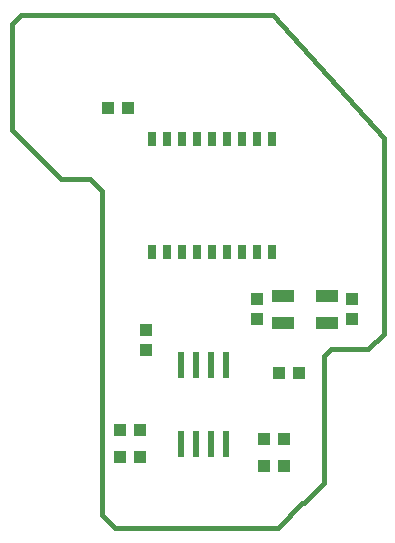
<source format=gtp>
G75*
G70*
%OFA0B0*%
%FSLAX24Y24*%
%IPPOS*%
%LPD*%
%AMOC8*
5,1,8,0,0,1.08239X$1,22.5*
%
%ADD10C,0.0160*%
%ADD11R,0.0433X0.0394*%
%ADD12R,0.0300X0.0450*%
%ADD13R,0.0236X0.0866*%
%ADD14R,0.0394X0.0433*%
%ADD15R,0.0748X0.0433*%
D10*
X006910Y003949D02*
X006910Y014737D01*
X006516Y015130D01*
X005571Y015130D01*
X003918Y016784D01*
X003918Y020288D01*
X004233Y020603D01*
X012619Y020603D01*
X016319Y016508D01*
X016319Y009973D01*
X015807Y009461D01*
X014548Y009461D01*
X014311Y009225D01*
X014311Y005012D01*
X013642Y004343D01*
X013603Y004343D02*
X012776Y003516D01*
X007343Y003516D01*
X006910Y003949D01*
D11*
X007520Y005878D03*
X008189Y005878D03*
X008189Y006784D03*
X007520Y006784D03*
X012323Y006469D03*
X012993Y006469D03*
X012993Y005563D03*
X012323Y005563D03*
X012835Y008674D03*
X013504Y008674D03*
X007804Y017508D03*
X007134Y017508D03*
D12*
X008599Y016472D03*
X009099Y016472D03*
X009599Y016472D03*
X010099Y016472D03*
X010599Y016472D03*
X011099Y016472D03*
X011599Y016472D03*
X012099Y016472D03*
X012599Y016472D03*
X012599Y012702D03*
X012099Y012702D03*
X011599Y012702D03*
X011099Y012702D03*
X010599Y012702D03*
X010099Y012702D03*
X009599Y012702D03*
X009099Y012702D03*
X008599Y012702D03*
D13*
X009546Y008922D03*
X010046Y008922D03*
X010546Y008922D03*
X011046Y008922D03*
X011046Y006300D03*
X010546Y006300D03*
X010046Y006300D03*
X009546Y006300D03*
D14*
X008406Y009441D03*
X008406Y010111D03*
X012107Y010465D03*
X012107Y011134D03*
X015256Y011134D03*
X015256Y010465D03*
D15*
X014410Y010347D03*
X014410Y011252D03*
X012953Y011252D03*
X012953Y010347D03*
M02*

</source>
